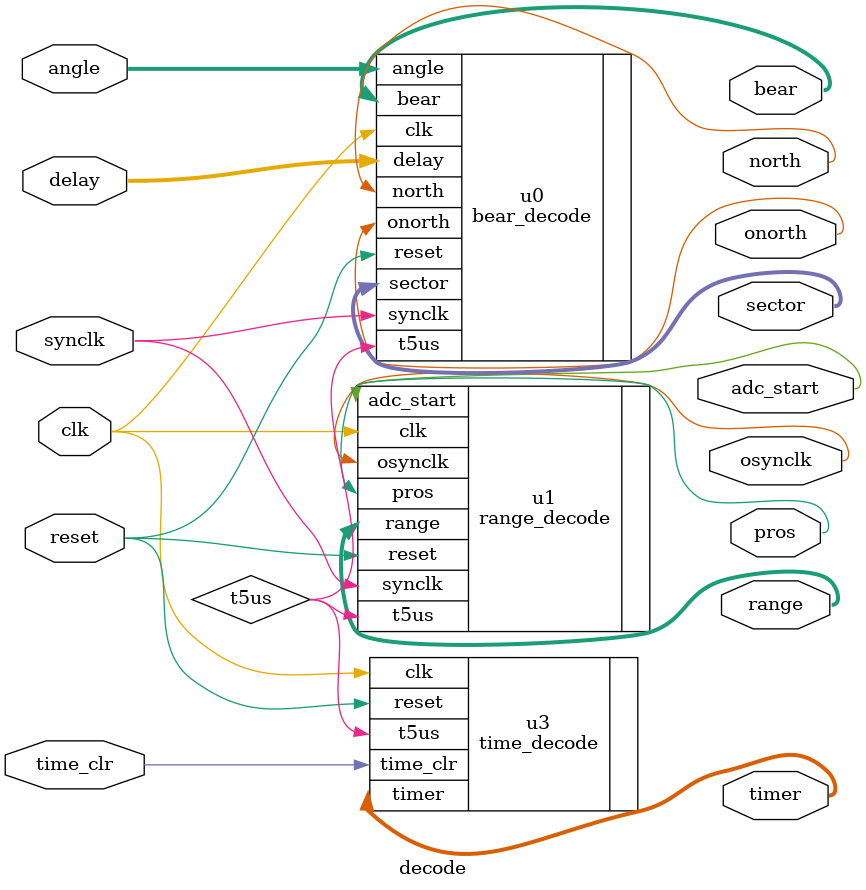
<source format=v>


module decode( 
	input clk, reset,
	
	input [11:0] angle,
	input [5:0] delay,
	output [11:0] bear,
	output north, onorth,
	output [3:0]sector,
	
	input synclk,
	output [9:0] range,
	output pros,
	output adc_start,
	
	input time_clr,
	output[15:0] timer,
	output osynclk
);
	wire t5us;
	
	bear_decode u0(
		.clk(clk), 
		.reset(reset),
		.angle(angle),
		.synclk(synclk),
		.delay(delay),
		.bear(bear),
		.north(north),
		.onorth(onorth),
		.t5us(t5us),
		.sector(sector)
	);
	
	range_decode u1( 
		.clk(clk), 
		.reset(reset),
		.synclk(synclk),
		.range(range),
		.pros(pros),
		.adc_start(adc_start),
		.osynclk(osynclk),
		.t5us(t5us)
	);
	
	time_decode u3(
		.clk(clk), 
		.reset(reset),
		.time_clr(time_clr),
		.timer(timer),
		.t5us(t5us)
	);

endmodule
</source>
